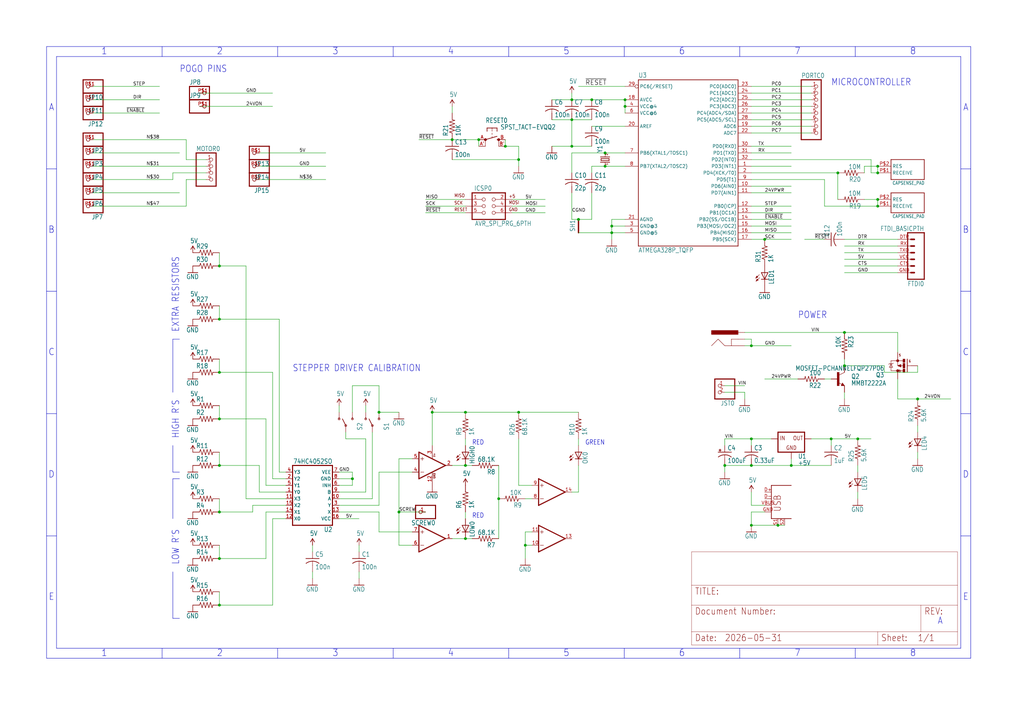
<source format=kicad_sch>
(kicad_sch (version 20230121) (generator eeschema)
  (paper "User" 391.16 271.932)
  (junction (at 177.8 177.8))
  (junction (at 218.44 55.88))
  (junction (at 335.28 63.5))
  (junction (at 322.58 139.7))
  (junction (at 231.14 58.42))
  (junction (at 287.02 200.66))
  (junction (at 83.82 231.14))
  (junction (at 335.28 66.04))
  (junction (at 238.76 40.64))
  (junction (at 238.76 38.1))
  (junction (at 83.82 195.58))
  (junction (at 134.62 182.88))
  (junction (at 335.28 76.2))
  (junction (at 182.88 53.34))
  (junction (at 276.86 177.8))
  (junction (at 198.12 60.96))
  (junction (at 152.4 195.58))
  (junction (at 287.02 132.08))
  (junction (at 83.82 160.02))
  (junction (at 172.72 53.34))
  (junction (at 144.78 157.48))
  (junction (at 193.04 55.88))
  (junction (at 350.52 152.4))
  (junction (at 317.5 167.64))
  (junction (at 83.82 142.24))
  (junction (at 302.26 177.8))
  (junction (at 198.12 157.48))
  (junction (at 287.02 167.64))
  (junction (at 83.82 177.8))
  (junction (at 190.5 190.5))
  (junction (at 292.1 91.44))
  (junction (at 200.66 208.28))
  (junction (at 297.18 200.66))
  (junction (at 83.82 213.36))
  (junction (at 177.8 205.74))
  (junction (at 233.68 88.9))
  (junction (at 287.02 177.8))
  (junction (at 218.44 38.1))
  (junction (at 335.28 78.74))
  (junction (at 320.04 66.04))
  (junction (at 322.58 127))
  (junction (at 220.98 83.82))
  (junction (at 218.44 45.72))
  (junction (at 327.66 167.64))
  (junction (at 165.1 157.48))
  (junction (at 83.82 121.92))
  (junction (at 233.68 86.36))
  (junction (at 231.14 63.5))
  (junction (at 83.82 101.6))
  (junction (at 226.06 38.1))
  (junction (at 177.8 157.48))
  (wire (pts (xy 292.1 193.04) (xy 287.02 193.04)) (stroke (width 0.1524)))
  (wire (pts (xy 190.5 190.5) (xy 190.5 205.74)) (stroke (width 0.1524)))
  (polyline (pts (xy 66.04 198.12) (xy 66.04 182.88)) (stroke (width 0.1524) (type solid)))
  (wire (pts (xy 342.9 104.14) (xy 322.58 104.14)) (stroke (width 0.1524)))
  (polyline (pts (xy 66.04 129.54) (xy 68.58 129.54)) (stroke (width 0.1524) (type solid)))
  (wire (pts (xy 93.98 190.5) (xy 93.98 101.6)) (stroke (width 0.1524)))
  (wire (pts (xy 144.78 195.58) (xy 144.78 203.2)) (stroke (width 0.1524)))
  (wire (pts (xy 238.76 43.18) (xy 238.76 40.64)) (stroke (width 0.1524)))
  (wire (pts (xy 238.76 86.36) (xy 233.68 86.36)) (stroke (width 0.1524)))
  (wire (pts (xy 104.14 198.12) (xy 109.22 198.12)) (stroke (width 0.1524)))
  (wire (pts (xy 144.78 157.48) (xy 144.78 147.32)) (stroke (width 0.1524)))
  (wire (pts (xy 287.02 71.12) (xy 302.26 71.12)) (stroke (width 0.1524)))
  (wire (pts (xy 330.2 76.2) (xy 335.28 76.2)) (stroke (width 0.1524)))
  (wire (pts (xy 304.8 144.78) (xy 292.1 144.78)) (stroke (width 0.1524)))
  (wire (pts (xy 71.12 60.96) (xy 71.12 53.34)) (stroke (width 0.1524)))
  (wire (pts (xy 287.02 58.42) (xy 302.26 58.42)) (stroke (width 0.1524)))
  (wire (pts (xy 226.06 63.5) (xy 231.14 63.5)) (stroke (width 0.1524)))
  (wire (pts (xy 78.74 66.04) (xy 66.04 66.04)) (stroke (width 0.1524)))
  (wire (pts (xy 218.44 58.42) (xy 231.14 58.42)) (stroke (width 0.1524)))
  (wire (pts (xy 200.66 208.28) (xy 200.66 213.36)) (stroke (width 0.1524)))
  (wire (pts (xy 287.02 81.28) (xy 302.26 81.28)) (stroke (width 0.1524)))
  (wire (pts (xy 231.14 63.5) (xy 238.76 63.5)) (stroke (width 0.1524)))
  (wire (pts (xy 193.04 53.34) (xy 193.04 55.88)) (stroke (width 0.1524)))
  (polyline (pts (xy 66.04 149.86) (xy 66.04 129.54)) (stroke (width 0.1524) (type solid)))
  (wire (pts (xy 317.5 167.64) (xy 327.66 167.64)) (stroke (width 0.1524)))
  (wire (pts (xy 220.98 88.9) (xy 233.68 88.9)) (stroke (width 0.1524)))
  (wire (pts (xy 83.82 172.72) (xy 83.82 177.8)) (stroke (width 0.1524)))
  (wire (pts (xy 177.8 78.74) (xy 162.56 78.74)) (stroke (width 0.1524)))
  (wire (pts (xy 165.1 157.48) (xy 177.8 157.48)) (stroke (width 0.1524)))
  (wire (pts (xy 99.06 177.8) (xy 99.06 187.96)) (stroke (width 0.1524)))
  (wire (pts (xy 350.52 165.1) (xy 350.52 162.56)) (stroke (width 0.1524)))
  (wire (pts (xy 76.2 35.56) (xy 104.14 35.56)) (stroke (width 0.1524)))
  (wire (pts (xy 134.62 180.34) (xy 129.54 180.34)) (stroke (width 0.1524)))
  (wire (pts (xy 238.76 83.82) (xy 233.68 83.82)) (stroke (width 0.1524)))
  (wire (pts (xy 314.96 144.78) (xy 317.5 144.78)) (stroke (width 0.1524)))
  (wire (pts (xy 195.58 78.74) (xy 208.28 78.74)) (stroke (width 0.1524)))
  (wire (pts (xy 238.76 38.1) (xy 226.06 38.1)) (stroke (width 0.1524)))
  (wire (pts (xy 129.54 182.88) (xy 134.62 182.88)) (stroke (width 0.1524)))
  (wire (pts (xy 276.86 170.18) (xy 276.86 167.64)) (stroke (width 0.1524)))
  (wire (pts (xy 238.76 40.64) (xy 238.76 38.1)) (stroke (width 0.1524)))
  (wire (pts (xy 137.16 220.98) (xy 137.16 218.44)) (stroke (width 0.1524)))
  (wire (pts (xy 203.2 203.2) (xy 200.66 203.2)) (stroke (width 0.1524)))
  (wire (pts (xy 195.58 76.2) (xy 208.28 76.2)) (stroke (width 0.1524)))
  (wire (pts (xy 172.72 53.34) (xy 160.02 53.34)) (stroke (width 0.1524)))
  (wire (pts (xy 83.82 195.58) (xy 96.52 195.58)) (stroke (width 0.1524)))
  (wire (pts (xy 327.66 180.34) (xy 327.66 177.8)) (stroke (width 0.1524)))
  (wire (pts (xy 342.9 96.52) (xy 322.58 96.52)) (stroke (width 0.1524)))
  (wire (pts (xy 226.06 73.66) (xy 226.06 83.82)) (stroke (width 0.1524)))
  (wire (pts (xy 287.02 33.02) (xy 309.88 33.02)) (stroke (width 0.1524)))
  (wire (pts (xy 119.38 220.98) (xy 119.38 218.44)) (stroke (width 0.1524)))
  (wire (pts (xy 83.82 177.8) (xy 99.06 177.8)) (stroke (width 0.1524)))
  (wire (pts (xy 284.48 149.86) (xy 284.48 152.4)) (stroke (width 0.1524)))
  (wire (pts (xy 106.68 180.34) (xy 109.22 180.34)) (stroke (width 0.1524)))
  (wire (pts (xy 96.52 193.04) (xy 109.22 193.04)) (stroke (width 0.1524)))
  (wire (pts (xy 104.14 231.14) (xy 104.14 198.12)) (stroke (width 0.1524)))
  (polyline (pts (xy 66.04 218.44) (xy 66.04 236.22)) (stroke (width 0.1524) (type solid)))
  (wire (pts (xy 332.74 60.96) (xy 332.74 66.04)) (stroke (width 0.1524)))
  (wire (pts (xy 330.2 66.04) (xy 330.2 63.5)) (stroke (width 0.1524)))
  (wire (pts (xy 314.96 68.58) (xy 287.02 68.58)) (stroke (width 0.1524)))
  (wire (pts (xy 101.6 185.42) (xy 109.22 185.42)) (stroke (width 0.1524)))
  (wire (pts (xy 287.02 38.1) (xy 309.88 38.1)) (stroke (width 0.1524)))
  (wire (pts (xy 350.52 142.24) (xy 350.52 139.7)) (stroke (width 0.1524)))
  (wire (pts (xy 139.7 157.48) (xy 139.7 154.94)) (stroke (width 0.1524)))
  (wire (pts (xy 350.52 175.26) (xy 350.52 172.72)) (stroke (width 0.1524)))
  (wire (pts (xy 132.08 167.64) (xy 132.08 165.1)) (stroke (width 0.1524)))
  (wire (pts (xy 342.9 93.98) (xy 322.58 93.98)) (stroke (width 0.1524)))
  (wire (pts (xy 276.86 167.64) (xy 287.02 167.64)) (stroke (width 0.1524)))
  (wire (pts (xy 337.82 142.24) (xy 350.52 142.24)) (stroke (width 0.1524)))
  (wire (pts (xy 342.9 134.62) (xy 342.9 127)) (stroke (width 0.1524)))
  (wire (pts (xy 342.9 144.78) (xy 342.9 152.4)) (stroke (width 0.1524)))
  (wire (pts (xy 292.1 91.44) (xy 302.26 91.44)) (stroke (width 0.1524)))
  (wire (pts (xy 332.74 66.04) (xy 335.28 66.04)) (stroke (width 0.1524)))
  (wire (pts (xy 177.8 198.12) (xy 177.8 195.58)) (stroke (width 0.1524)))
  (wire (pts (xy 198.12 60.96) (xy 198.12 63.5)) (stroke (width 0.1524)))
  (wire (pts (xy 342.9 152.4) (xy 350.52 152.4)) (stroke (width 0.1524)))
  (wire (pts (xy 342.9 127) (xy 322.58 127)) (stroke (width 0.1524)))
  (wire (pts (xy 71.12 78.74) (xy 35.56 78.74)) (stroke (width 0.1524)))
  (wire (pts (xy 314.96 78.74) (xy 314.96 68.58)) (stroke (width 0.1524)))
  (wire (pts (xy 220.98 83.82) (xy 226.06 83.82)) (stroke (width 0.1524)))
  (wire (pts (xy 287.02 50.8) (xy 309.88 50.8)) (stroke (width 0.1524)))
  (wire (pts (xy 287.02 177.8) (xy 276.86 177.8)) (stroke (width 0.1524)))
  (wire (pts (xy 287.02 78.74) (xy 302.26 78.74)) (stroke (width 0.1524)))
  (wire (pts (xy 129.54 157.48) (xy 129.54 154.94)) (stroke (width 0.1524)))
  (wire (pts (xy 83.82 96.52) (xy 83.82 101.6)) (stroke (width 0.1524)))
  (wire (pts (xy 233.68 88.9) (xy 233.68 91.44)) (stroke (width 0.1524)))
  (wire (pts (xy 302.26 175.26) (xy 302.26 177.8)) (stroke (width 0.1524)))
  (wire (pts (xy 177.8 205.74) (xy 180.34 205.74)) (stroke (width 0.1524)))
  (wire (pts (xy 152.4 208.28) (xy 152.4 195.58)) (stroke (width 0.1524)))
  (wire (pts (xy 342.9 91.44) (xy 322.58 91.44)) (stroke (width 0.1524)))
  (wire (pts (xy 335.28 76.2) (xy 335.28 78.74)) (stroke (width 0.1524)))
  (wire (pts (xy 337.82 139.7) (xy 337.82 142.24)) (stroke (width 0.1524)))
  (wire (pts (xy 287.02 48.26) (xy 309.88 48.26)) (stroke (width 0.1524)))
  (wire (pts (xy 83.82 116.84) (xy 83.82 121.92)) (stroke (width 0.1524)))
  (wire (pts (xy 287.02 73.66) (xy 302.26 73.66)) (stroke (width 0.1524)))
  (wire (pts (xy 287.02 60.96) (xy 332.74 60.96)) (stroke (width 0.1524)))
  (wire (pts (xy 233.68 86.36) (xy 233.68 88.9)) (stroke (width 0.1524)))
  (wire (pts (xy 314.96 91.44) (xy 307.34 91.44)) (stroke (width 0.1524)))
  (wire (pts (xy 144.78 147.32) (xy 134.62 147.32)) (stroke (width 0.1524)))
  (wire (pts (xy 218.44 66.04) (xy 218.44 58.42)) (stroke (width 0.1524)))
  (wire (pts (xy 177.8 157.48) (xy 198.12 157.48)) (stroke (width 0.1524)))
  (wire (pts (xy 137.16 208.28) (xy 137.16 210.82)) (stroke (width 0.1524)))
  (wire (pts (xy 134.62 182.88) (xy 134.62 180.34)) (stroke (width 0.1524)))
  (wire (pts (xy 287.02 66.04) (xy 320.04 66.04)) (stroke (width 0.1524)))
  (wire (pts (xy 129.54 185.42) (xy 134.62 185.42)) (stroke (width 0.1524)))
  (wire (pts (xy 198.12 167.64) (xy 198.12 185.42)) (stroke (width 0.1524)))
  (wire (pts (xy 231.14 58.42) (xy 238.76 58.42)) (stroke (width 0.1524)))
  (wire (pts (xy 284.48 132.08) (xy 287.02 132.08)) (stroke (width 0.1524)))
  (wire (pts (xy 66.04 68.58) (xy 35.56 68.58)) (stroke (width 0.1524)))
  (wire (pts (xy 139.7 167.64) (xy 132.08 167.64)) (stroke (width 0.1524)))
  (wire (pts (xy 320.04 76.2) (xy 320.04 66.04)) (stroke (width 0.1524)))
  (wire (pts (xy 218.44 45.72) (xy 210.82 45.72)) (stroke (width 0.1524)))
  (wire (pts (xy 287.02 195.58) (xy 287.02 200.66)) (stroke (width 0.1524)))
  (wire (pts (xy 292.1 195.58) (xy 287.02 195.58)) (stroke (width 0.1524)))
  (wire (pts (xy 287.02 88.9) (xy 302.26 88.9)) (stroke (width 0.1524)))
  (wire (pts (xy 287.02 193.04) (xy 287.02 187.96)) (stroke (width 0.1524)))
  (wire (pts (xy 287.02 43.18) (xy 309.88 43.18)) (stroke (width 0.1524)))
  (wire (pts (xy 177.8 177.8) (xy 180.34 177.8)) (stroke (width 0.1524)))
  (wire (pts (xy 327.66 167.64) (xy 332.74 167.64)) (stroke (width 0.1524)))
  (wire (pts (xy 83.82 231.14) (xy 104.14 231.14)) (stroke (width 0.1524)))
  (wire (pts (xy 152.4 195.58) (xy 152.4 175.26)) (stroke (width 0.1524)))
  (wire (pts (xy 83.82 190.5) (xy 83.82 195.58)) (stroke (width 0.1524)))
  (wire (pts (xy 302.26 177.8) (xy 287.02 177.8)) (stroke (width 0.1524)))
  (wire (pts (xy 104.14 142.24) (xy 104.14 182.88)) (stroke (width 0.1524)))
  (wire (pts (xy 203.2 208.28) (xy 200.66 208.28)) (stroke (width 0.1524)))
  (wire (pts (xy 200.66 203.2) (xy 200.66 208.28)) (stroke (width 0.1524)))
  (wire (pts (xy 287.02 83.82) (xy 302.26 83.82)) (stroke (width 0.1524)))
  (wire (pts (xy 101.6 160.02) (xy 101.6 185.42)) (stroke (width 0.1524)))
  (wire (pts (xy 284.48 129.54) (xy 287.02 129.54)) (stroke (width 0.1524)))
  (wire (pts (xy 83.82 101.6) (xy 93.98 101.6)) (stroke (width 0.1524)))
  (wire (pts (xy 342.9 101.6) (xy 322.58 101.6)) (stroke (width 0.1524)))
  (wire (pts (xy 327.66 190.5) (xy 327.66 187.96)) (stroke (width 0.1524)))
  (wire (pts (xy 144.78 203.2) (xy 157.48 203.2)) (stroke (width 0.1524)))
  (wire (pts (xy 119.38 208.28) (xy 119.38 210.82)) (stroke (width 0.1524)))
  (wire (pts (xy 309.88 167.64) (xy 317.5 167.64)) (stroke (width 0.1524)))
  (wire (pts (xy 35.56 58.42) (xy 68.58 58.42)) (stroke (width 0.1524)))
  (wire (pts (xy 83.82 137.16) (xy 83.82 142.24)) (stroke (width 0.1524)))
  (wire (pts (xy 322.58 137.16) (xy 322.58 139.7)) (stroke (width 0.1524)))
  (wire (pts (xy 198.12 185.42) (xy 203.2 185.42)) (stroke (width 0.1524)))
  (wire (pts (xy 35.56 63.5) (xy 78.74 63.5)) (stroke (width 0.1524)))
  (wire (pts (xy 218.44 73.66) (xy 218.44 83.82)) (stroke (width 0.1524)))
  (wire (pts (xy 190.5 177.8) (xy 190.5 190.5)) (stroke (width 0.1524)))
  (wire (pts (xy 139.7 187.96) (xy 139.7 167.64)) (stroke (width 0.1524)))
  (wire (pts (xy 106.68 121.92) (xy 106.68 180.34)) (stroke (width 0.1524)))
  (wire (pts (xy 182.88 53.34) (xy 182.88 55.88)) (stroke (width 0.1524)))
  (wire (pts (xy 218.44 83.82) (xy 220.98 83.82)) (stroke (width 0.1524)))
  (wire (pts (xy 335.28 78.74) (xy 314.96 78.74)) (stroke (width 0.1524)))
  (wire (pts (xy 335.28 63.5) (xy 335.28 66.04)) (stroke (width 0.1524)))
  (wire (pts (xy 195.58 81.28) (xy 208.28 81.28)) (stroke (width 0.1524)))
  (wire (pts (xy 287.02 91.44) (xy 292.1 91.44)) (stroke (width 0.1524)))
  (wire (pts (xy 152.4 175.26) (xy 157.48 175.26)) (stroke (width 0.1524)))
  (wire (pts (xy 66.04 66.04) (xy 66.04 68.58)) (stroke (width 0.1524)))
  (wire (pts (xy 144.78 157.48) (xy 152.4 157.48)) (stroke (width 0.1524)))
  (wire (pts (xy 83.82 213.36) (xy 101.6 213.36)) (stroke (width 0.1524)))
  (wire (pts (xy 35.56 33.02) (xy 60.96 33.02)) (stroke (width 0.1524)))
  (wire (pts (xy 172.72 40.64) (xy 172.72 43.18)) (stroke (width 0.1524)))
  (polyline (pts (xy 66.04 182.88) (xy 68.58 182.88)) (stroke (width 0.1524) (type solid)))
  (wire (pts (xy 144.78 180.34) (xy 157.48 180.34)) (stroke (width 0.1524)))
  (wire (pts (xy 220.98 177.8) (xy 220.98 187.96)) (stroke (width 0.1524)))
  (wire (pts (xy 71.12 60.96) (xy 78.74 60.96)) (stroke (width 0.1524)))
  (wire (pts (xy 218.44 55.88) (xy 210.82 55.88)) (stroke (width 0.1524)))
  (wire (pts (xy 238.76 33.02) (xy 220.98 33.02)) (stroke (width 0.1524)))
  (wire (pts (xy 193.04 55.88) (xy 198.12 55.88)) (stroke (width 0.1524)))
  (wire (pts (xy 35.56 73.66) (xy 68.58 73.66)) (stroke (width 0.1524)))
  (wire (pts (xy 83.82 208.28) (xy 83.82 213.36)) (stroke (width 0.1524)))
  (wire (pts (xy 83.82 142.24) (xy 104.14 142.24)) (stroke (width 0.1524)))
  (wire (pts (xy 287.02 167.64) (xy 294.64 167.64)) (stroke (width 0.1524)))
  (wire (pts (xy 99.06 187.96) (xy 109.22 187.96)) (stroke (width 0.1524)))
  (wire (pts (xy 109.22 190.5) (xy 93.98 190.5)) (stroke (width 0.1524)))
  (wire (pts (xy 83.82 154.94) (xy 83.82 160.02)) (stroke (width 0.1524)))
  (wire (pts (xy 220.98 187.96) (xy 218.44 187.96)) (stroke (width 0.1524)))
  (wire (pts (xy 177.8 76.2) (xy 162.56 76.2)) (stroke (width 0.1524)))
  (wire (pts (xy 172.72 60.96) (xy 198.12 60.96)) (stroke (width 0.1524)))
  (wire (pts (xy 99.06 68.58) (xy 124.46 68.58)) (stroke (width 0.1524)))
  (wire (pts (xy 96.52 195.58) (xy 96.52 193.04)) (stroke (width 0.1524)))
  (wire (pts (xy 297.18 200.66) (xy 287.02 200.66)) (stroke (width 0.1524)))
  (wire (pts (xy 134.62 185.42) (xy 134.62 182.88)) (stroke (width 0.1524)))
  (wire (pts (xy 287.02 63.5) (xy 302.26 63.5)) (stroke (width 0.1524)))
  (wire (pts (xy 134.62 147.32) (xy 134.62 157.48)) (stroke (width 0.1524)))
  (wire (pts (xy 35.56 43.18) (xy 60.96 43.18)) (stroke (width 0.1524)))
  (wire (pts (xy 276.86 177.8) (xy 276.86 180.34)) (stroke (width 0.1524)))
  (wire (pts (xy 226.06 45.72) (xy 218.44 45.72)) (stroke (width 0.1524)))
  (wire (pts (xy 35.56 38.1) (xy 60.96 38.1)) (stroke (width 0.1524)))
  (wire (pts (xy 101.6 195.58) (xy 109.22 195.58)) (stroke (width 0.1524)))
  (wire (pts (xy 287.02 55.88) (xy 302.26 55.88)) (stroke (width 0.1524)))
  (wire (pts (xy 177.8 81.28) (xy 162.56 81.28)) (stroke (width 0.1524)))
  (wire (pts (xy 129.54 193.04) (xy 144.78 193.04)) (stroke (width 0.1524)))
  (wire (pts (xy 99.06 63.5) (xy 124.46 63.5)) (stroke (width 0.1524)))
  (wire (pts (xy 330.2 63.5) (xy 335.28 63.5)) (stroke (width 0.1524)))
  (wire (pts (xy 287.02 170.18) (xy 287.02 167.64)) (stroke (width 0.1524)))
  (wire (pts (xy 238.76 88.9) (xy 233.68 88.9)) (stroke (width 0.1524)))
  (wire (pts (xy 71.12 68.58) (xy 78.74 68.58)) (stroke (width 0.1524)))
  (wire (pts (xy 129.54 195.58) (xy 144.78 195.58)) (stroke (width 0.1524)))
  (wire (pts (xy 172.72 205.74) (xy 177.8 205.74)) (stroke (width 0.1524)))
  (wire (pts (xy 142.24 190.5) (xy 129.54 190.5)) (stroke (width 0.1524)))
  (wire (pts (xy 137.16 198.12) (xy 129.54 198.12)) (stroke (width 0.1524)))
  (wire (pts (xy 350.52 152.4) (xy 363.22 152.4)) (stroke (width 0.1524)))
  (wire (pts (xy 83.82 160.02) (xy 101.6 160.02)) (stroke (width 0.1524)))
  (wire (pts (xy 287.02 35.56) (xy 309.88 35.56)) (stroke (width 0.1524)))
  (wire (pts (xy 198.12 157.48) (xy 220.98 157.48)) (stroke (width 0.1524)))
  (polyline (pts (xy 66.04 180.34) (xy 68.58 180.34)) (stroke (width 0.1524) (type solid)))
  (wire (pts (xy 104.14 182.88) (xy 109.22 182.88)) (stroke (width 0.1524)))
  (wire (pts (xy 226.06 66.04) (xy 226.06 63.5)) (stroke (width 0.1524)))
  (wire (pts (xy 287.02 129.54) (xy 287.02 132.08)) (stroke (width 0.1524)))
  (wire (pts (xy 322.58 127) (xy 284.48 127)) (stroke (width 0.1524)))
  (wire (pts (xy 172.72 53.34) (xy 182.88 53.34)) (stroke (width 0.1524)))
  (wire (pts (xy 238.76 48.26) (xy 226.06 48.26)) (stroke (width 0.1524)))
  (wire (pts (xy 317.5 177.8) (xy 302.26 177.8)) (stroke (width 0.1524)))
  (wire (pts (xy 198.12 55.88) (xy 198.12 60.96)) (stroke (width 0.1524)))
  (wire (pts (xy 287.02 86.36) (xy 302.26 86.36)) (stroke (width 0.1524)))
  (wire (pts (xy 276.86 147.32) (xy 284.48 147.32)) (stroke (width 0.1524)))
  (wire (pts (xy 83.82 226.06) (xy 83.82 231.14)) (stroke (width 0.1524)))
  (wire (pts (xy 142.24 165.1) (xy 142.24 190.5)) (stroke (width 0.1524)))
  (wire (pts (xy 157.48 208.28) (xy 152.4 208.28)) (stroke (width 0.1524)))
  (wire (pts (xy 322.58 139.7) (xy 337.82 139.7)) (stroke (width 0.1524)))
  (wire (pts (xy 322.58 152.4) (xy 322.58 149.86)) (stroke (width 0.1524)))
  (wire (pts (xy 99.06 58.42) (xy 124.46 58.42)) (stroke (width 0.1524)))
  (wire (pts (xy 287.02 40.64) (xy 309.88 40.64)) (stroke (width 0.1524)))
  (wire (pts (xy 129.54 187.96) (xy 139.7 187.96)) (stroke (width 0.1524)))
  (wire (pts (xy 71.12 53.34) (xy 35.56 53.34)) (stroke (width 0.1524)))
  (wire (pts (xy 220.98 167.64) (xy 220.98 170.18)) (stroke (width 0.1524)))
  (wire (pts (xy 226.06 55.88) (xy 218.44 55.88)) (stroke (width 0.1524)))
  (polyline (pts (xy 66.04 170.18) (xy 66.04 180.34)) (stroke (width 0.1524) (type solid)))
  (wire (pts (xy 172.72 177.8) (xy 177.8 177.8)) (stroke (width 0.1524)))
  (wire (pts (xy 218.44 35.56) (xy 218.44 38.1)) (stroke (width 0.1524)))
  (wire (pts (xy 165.1 157.48) (xy 165.1 170.18)) (stroke (width 0.1524)))
  (wire (pts (xy 152.4 195.58) (xy 162.56 195.58)) (stroke (width 0.1524)))
  (wire (pts (xy 71.12 68.58) (xy 71.12 78.74)) (stroke (width 0.1524)))
  (wire (pts (xy 317.5 167.64) (xy 317.5 170.18)) (stroke (width 0.1524)))
  (wire (pts (xy 218.44 38.1) (xy 210.82 38.1)) (stroke (width 0.1524)))
  (wire (pts (xy 101.6 213.36) (xy 101.6 195.58)) (stroke (width 0.1524)))
  (wire (pts (xy 76.2 40.64) (xy 104.14 40.64)) (stroke (width 0.1524)))
  (wire (pts (xy 299.72 200.66) (xy 297.18 200.66)) (stroke (width 0.1524)))
  (wire (pts (xy 287.02 132.08) (xy 302.26 132.08)) (stroke (width 0.1524)))
  (wire (pts (xy 233.68 83.82) (xy 233.68 86.36)) (stroke (width 0.1524)))
  (wire (pts (xy 83.82 121.92) (xy 106.68 121.92)) (stroke (width 0.1524)))
  (wire (pts (xy 287.02 45.72) (xy 309.88 45.72)) (stroke (width 0.1524)))
  (wire (pts (xy 218.44 45.72) (xy 218.44 55.88)) (stroke (width 0.1524)))
  (wire (pts (xy 144.78 193.04) (xy 144.78 180.34)) (stroke (width 0.1524)))
  (wire (pts (xy 177.8 170.18) (xy 177.8 167.64)) (stroke (width 0.1524)))
  (wire (pts (xy 226.06 38.1) (xy 218.44 38.1)) (stroke (width 0.1524)))
  (wire (pts (xy 203.2 190.5) (xy 200.66 190.5)) (stroke (width 0.1524)))
  (wire (pts (xy 342.9 99.06) (xy 322.58 99.06)) (stroke (width 0.1524)))
  (polyline (pts (xy 66.04 236.22) (xy 68.58 236.22)) (stroke (width 0.1524) (type solid)))
  (wire (pts (xy 276.86 149.86) (xy 284.48 149.86)) (stroke (width 0.1524)))
  (polyline (pts (xy 17.78 64.516) (xy 21.59 64.516)))
  (polyline (pts (xy 367.03 21.59) (xy 21.59 21.59)))
  (polyline (pts (xy 106.045 247.65) (xy 106.045 251.46)))
  (polyline (pts (xy 367.03 21.59) (xy 367.03 247.65)))
  (polyline (pts (xy 17.78 204.724) (xy 21.59 204.724)))
  (polyline (pts (xy 326.7075 17.78) (xy 326.7075 21.59)))
  (polyline (pts (xy 326.7075 247.65) (xy 326.7075 251.46)))
  (polyline (pts (xy 367.03 64.516) (xy 370.84 64.516)))
  (polyline (pts (xy 367.03 157.988) (xy 370.84 157.988)))
  (polyline (pts (xy 61.9125 17.78) (xy 61.9125 21.59)))
  (polyline (pts (xy 17.78 157.988) (xy 21.59 157.988)))
  (polyline (pts (xy 238.4425 247.65) (xy 238.4425 251.46)))
  (polyline (pts (xy 367.03 247.65) (xy 21.59 247.65)))
  (polyline (pts (xy 367.03 204.724) (xy 370.84 204.724)))
  (polyline (pts (xy 150.1775 17.78) (xy 150.1775 21.59)))
  (polyline (pts (xy 21.59 21.59) (xy 21.59 247.65)))
  (polyline (pts (xy 282.575 17.78) (xy 282.575 21.59)))
  (polyline (pts (xy 367.03 111.252) (xy 370.84 111.252)))
  (polyline (pts (xy 17.78 111.252) (xy 21.59 111.252)))
  (polyline (pts (xy 150.1775 247.65) (xy 150.1775 251.46)))
  (polyline (pts (xy 17.78 17.78) (xy 370.84 17.78) (xy 370.84 251.46) (xy 17.78 251.46) (xy 17.78 17.78)))
  (polyline (pts (xy 61.9125 247.65) (xy 61.9125 251.46)))
  (polyline (pts (xy 194.31 17.78) (xy 194.31 21.59)))
  (polyline (pts (xy 282.575 247.65) (xy 282.575 251.46)))
  (polyline (pts (xy 194.31 247.65) (xy 194.31 251.46)))
  (polyline (pts (xy 106.045 17.78) (xy 106.045 21.59)))
  (polyline (pts (xy 238.4425 17.78) (xy 238.4425 21.59)))
  (text "A" (at 19.685 41.148 0) (effects (font (size 2.54 2.286))))
  (text "7" (at 304.6413 19.685 0) (effects (font (size 2.54 2.286))))
  (text "RED" (at 180.34 170.18 0) (effects (font (size 1.778 1.5113)) (justify left bottom)))
  (text "RED" (at 180.34 198.12 0) (effects (font (size 1.778 1.5113)) (justify left bottom)))
  (text "HIGH R'S" (at 68.58 167.64 90) (effects (font (size 2.54 2.159)) (justify left bottom)))
  (text "POGO PINS" (at 68.58 27.94 0) (effects (font (size 2.54 2.159)) (justify left bottom)))
  (text "2" (at 83.9788 249.555 0) (effects (font (size 2.54 2.286))))
  (text "A" (at 358.14 238.76 0) (effects (font (size 2.54 2.159)) (justify left bottom)))
  (text "LOW R'S" (at 68.58 215.9 90) (effects (font (size 2.54 2.159)) (justify left bottom)))
  (text "1" (at 39.8463 19.685 0) (effects (font (size 2.54 2.286))))
  (text "3" (at 128.1113 249.555 0) (effects (font (size 2.54 2.286))))
  (text "4" (at 172.2438 19.685 0) (effects (font (size 2.54 2.286))))
  (text "6" (at 260.5088 19.685 0) (effects (font (size 2.54 2.286))))
  (text "8" (at 348.7738 249.555 0) (effects (font (size 2.54 2.286))))
  (text "C" (at 368.935 134.62 0) (effects (font (size 2.54 2.286))))
  (text "POWER" (at 304.8 121.92 0) (effects (font (size 2.54 2.159)) (justify left bottom)))
  (text "EXTRA RESISTORS" (at 68.58 127 90) (effects (font (size 2.54 2.159)) (justify left bottom)))
  (text "3" (at 128.1113 19.685 0) (effects (font (size 2.54 2.286))))
  (text "B" (at 19.685 87.884 0) (effects (font (size 2.54 2.286))))
  (text "D" (at 368.935 181.356 0) (effects (font (size 2.54 2.286))))
  (text "E" (at 368.935 228.092 0) (effects (font (size 2.54 2.286))))
  (text "2" (at 83.9788 19.685 0) (effects (font (size 2.54 2.286))))
  (text "STEPPER DRIVER CALIBRATION" (at 111.76 142.24 0) (effects (font (size 2.54 2.159)) (justify left bottom)))
  (text "5" (at 216.3763 249.555 0) (effects (font (size 2.54 2.286))))
  (text "8" (at 348.7738 19.685 0) (effects (font (size 2.54 2.286))))
  (text "1" (at 39.8463 249.555 0) (effects (font (size 2.54 2.286))))
  (text "4" (at 172.2438 249.555 0) (effects (font (size 2.54 2.286))))
  (text "6" (at 260.5088 249.555 0) (effects (font (size 2.54 2.286))))
  (text "MICROCONTROLLER" (at 317.5 33.02 0) (effects (font (size 2.54 2.159)) (justify left bottom)))
  (text "5" (at 216.3763 19.685 0) (effects (font (size 2.54 2.286))))
  (text "C" (at 19.685 134.62 0) (effects (font (size 2.54 2.286))))
  (text "7" (at 304.6413 249.555 0) (effects (font (size 2.54 2.286))))
  (text "B" (at 368.935 87.884 0) (effects (font (size 2.54 2.286))))
  (text "D" (at 19.685 181.356 0) (effects (font (size 2.54 2.286))))
  (text "A" (at 368.935 41.148 0) (effects (font (size 2.54 2.286))))
  (text "E" (at 19.685 228.092 0) (effects (font (size 2.54 2.286))))
  (text "GREEN" (at 223.52 170.18 0) (effects (font (size 1.778 1.5113)) (justify left bottom)))
  (label "5V" (at 132.08 198.12 0) (effects (font (size 1.2446 1.2446))))
  (label "RX" (at 289.56 58.42 0) (effects (font (size 1.2446 1.2446))))
  (label "GND" (at 93.98 35.56 0) (effects (font (size 1.2446 1.2446))))
  (label "MOSI" (at 292.1 86.36 0) (effects (font (size 1.2446 1.2446))))
  (label "~{ENABLE}" (at 292.1 83.82 0) (effects (font (size 1.2446 1.2446))))
  (label "N$47" (at 55.88 78.74 0) (effects (font (size 1.2446 1.2446))))
  (label "~{ENABLE}" (at 48.26 43.18 0) (effects (font (size 1.2446 1.2446))))
  (label "~{RESET}" (at 311.15 91.44 0) (effects (font (size 1.2446 1.2446))))
  (label "TX" (at 289.56 55.88 0) (effects (font (size 1.2446 1.2446))))
  (label "24VON" (at 93.98 40.64 0) (effects (font (size 1.2446 1.2446))))
  (label "GND" (at 327.66 104.14 0) (effects (font (size 1.2446 1.2446))))
  (label "24VON" (at 353.06 152.4 0) (effects (font (size 1.2446 1.2446))))
  (label "N$38" (at 55.88 53.34 0) (effects (font (size 1.2446 1.2446))))
  (label "CTS" (at 327.66 101.6 0) (effects (font (size 1.2446 1.2446))))
  (label "5V" (at 114.3 58.42 0) (effects (font (size 1.2446 1.2446))))
  (label "PC4" (at 294.64 43.18 0) (effects (font (size 1.2446 1.2446))))
  (label "24VPWR" (at 294.64 144.78 0) (effects (font (size 1.2446 1.2446))))
  (label "PC6" (at 294.64 48.26 0) (effects (font (size 1.2446 1.2446))))
  (label "GND" (at 114.3 63.5 0) (effects (font (size 1.2446 1.2446))))
  (label "STEP" (at 50.8 33.02 0) (effects (font (size 1.2446 1.2446))))
  (label "PC1" (at 294.64 35.56 0) (effects (font (size 1.2446 1.2446))))
  (label "GND" (at 129.54 180.34 0) (effects (font (size 1.2446 1.2446))))
  (label "N$31" (at 55.88 63.5 0) (effects (font (size 1.2446 1.2446))))
  (label "CGND" (at 218.44 81.28 0) (effects (font (size 1.2446 1.2446))))
  (label "MISO" (at 162.56 76.2 0) (effects (font (size 1.2446 1.2446))))
  (label "VIN" (at 281.94 147.32 0) (effects (font (size 1.2446 1.2446))))
  (label "SCK" (at 292.1 91.44 0) (effects (font (size 1.2446 1.2446))))
  (label "PC7" (at 294.64 50.8 0) (effects (font (size 1.2446 1.2446))))
  (label "5V" (at 200.66 76.2 0) (effects (font (size 1.2446 1.2446))))
  (label "RX" (at 327.66 93.98 0) (effects (font (size 1.2446 1.2446))))
  (label "N$36" (at 114.3 68.58 0) (effects (font (size 1.2446 1.2446))))
  (label "PC0" (at 294.64 33.02 0) (effects (font (size 1.2446 1.2446))))
  (label "MISO" (at 292.1 88.9 0) (effects (font (size 1.2446 1.2446))))
  (label "STEP" (at 292.1 78.74 0) (effects (font (size 1.2446 1.2446))))
  (label "N$30" (at 55.88 68.58 0) (effects (font (size 1.2446 1.2446))))
  (label "DIR" (at 292.1 81.28 0) (effects (font (size 1.2446 1.2446))))
  (label "VIN" (at 309.88 127 0) (effects (font (size 1.2446 1.2446))))
  (label "GND" (at 200.66 81.28 0) (effects (font (size 1.2446 1.2446))))
  (label "~{RESET}" (at 162.56 81.28 0) (effects (font (size 1.2446 1.2446))))
  (label "~{RESET}" (at 160.02 53.34 0) (effects (font (size 1.2446 1.2446))))
  (label "24VPWR" (at 292.1 73.66 0) (effects (font (size 1.2446 1.2446))))
  (label "DIR" (at 50.8 38.1 0) (effects (font (size 1.2446 1.2446))))
  (label "~{RESET}" (at 223.52 33.02 0) (effects (font (size 1.778 1.778))))
  (label "TX" (at 327.66 96.52 0) (effects (font (size 1.2446 1.2446))))
  (label "VIN" (at 276.86 167.64 0) (effects (font (size 1.2446 1.2446))))
  (label "5V" (at 327.66 99.06 0) (effects (font (size 1.2446 1.2446))))
  (label "5V" (at 322.58 167.64 0) (effects (font (size 1.2446 1.2446))))
  (label "SCK" (at 162.56 78.74 0) (effects (font (size 1.2446 1.2446))))
  (label "GND" (at 292.1 132.08 0) (effects (font (size 1.2446 1.2446))))
  (label "SCREW" (at 152.4 195.58 0) (effects (font (size 1.2446 1.2446))))
  (label "MOSI" (at 200.66 78.74 0) (effects (font (size 1.2446 1.2446))))
  (label "PC3" (at 294.64 40.64 0) (effects (font (size 1.2446 1.2446))))
  (label "PC5" (at 294.64 45.72 0) (effects (font (size 1.2446 1.2446))))
  (label "PC2" (at 294.64 38.1 0) (effects (font (size 1.2446 1.2446))))
  (label "DTR" (at 327.66 91.44 0) (effects (font (size 1.2446 1.2446))))
  (symbol (lib_id "working-eagle-import:MarcEagleParts_PINHD-1X1") (at 78.74 35.56 0) (unit 1)
    (property "Reference" "JP8" (at 72.39 32.385 0) (effects (font (size 1.778 1.5113)) (justify left bottom)))
    (property "Value" "PINHD-1X1" (effects hide))
    (property "Footprint" "working:POGOPIN" (effects hide))
  )
  (symbol (lib_id "working-eagle-import:R-US_M0805") (at 309.88 144.78 180) (unit 1)
    (property "Reference" "R22" (at 313.69 146.2786 0) (effects (font (size 1.778 1.5113)) (justify left bottom)))
    (property "Value" "100" (at 313.69 141.478 0) (effects (font (size 1.778 1.5113)) (justify left bottom)))
    (property "Footprint" "working:M0805" (effects hide))
  )
  (symbol (lib_id "working-eagle-import:C-USC0805") (at 119.38 213.36 0) (unit 1)
    (property "Reference" "C5" (at 120.396 212.725 0) (effects (font (size 1.778 1.5113)) (justify left bottom)))
    (property "Value" "100n" (at 120.396 217.551 0) (effects (font (size 1.778 1.5113)) (justify left bottom)))
    (property "Footprint" "working:C0805" (effects hide))
  )
  (symbol (lib_id "working-eagle-import:R-US_M0805") (at 220.98 162.56 90) (unit 1)
    (property "Reference" "R10" (at 219.4814 166.37 0) (effects (font (size 1.778 1.5113)) (justify left bottom)))
    (property "Value" "1K" (at 224.282 166.37 0) (effects (font (size 1.778 1.5113)) (justify left bottom)))
    (property "Footprint" "working:M0805" (effects hide))
  )
  (symbol (lib_id "working-eagle-import:GND") (at 73.66 144.78 0) (unit 1)
    (property "Reference" "#GND11" (effects hide))
    (property "Value" "GND" (at 71.12 147.32 0) (effects (font (size 1.778 1.5113)) (justify left bottom)))
  )
  (symbol (lib_id "working-eagle-import:MarcEagleParts_PINHD-1X1") (at 78.74 40.64 0) (unit 1)
    (property "Reference" "JP9" (at 72.39 37.465 0) (effects (font (size 1.778 1.5113)) (justify left bottom)))
    (property "Value" "PINHD-1X1" (effects hide))
    (property "Footprint" "working:POGOPIN" (effects hide))
  )
  (symbol (lib_id "working-eagle-import:R-US_M0805") (at 185.42 205.74 180) (unit 1)
    (property "Reference" "R7" (at 189.23 207.2386 0) (effects (font (size 1.778 1.5113)) (justify left bottom)))
    (property "Value" "68.1K" (at 189.23 202.438 0) (effects (font (size 1.778 1.5113)) (justify left bottom)))
    (property "Footprint" "working:M0805" (effects hide))
  )
  (symbol (lib_id "working-eagle-import:ATMEGA328P_TQFP") (at 264.16 63.5 0) (unit 1)
    (property "Reference" "U3" (at 243.84 29.718 0) (effects (font (size 1.778 1.5113)) (justify left bottom)))
    (property "Value" "ATMEGA328P_TQFP" (at 243.84 96.52 0) (effects (font (size 1.778 1.5113)) (justify left bottom)))
    (property "Footprint" "working:TQFP32-08" (effects hide))
  )
  (symbol (lib_id "working-eagle-import:LM339D") (at 210.82 187.96 0) (unit 4)
    (property "Reference" "IC2" (effects hide))
    (property "Value" "LM339D" (effects hide))
    (property "Footprint" "working:SO14" (effects hide))
  )
  (symbol (lib_id "working-eagle-import:MarcEagleParts_PINHD-1X1") (at 96.52 58.42 180) (unit 1)
    (property "Reference" "JP13" (at 102.87 61.595 0) (effects (font (size 1.778 1.5113)) (justify left bottom)))
    (property "Value" "PINHD-1X1" (effects hide))
    (property "Footprint" "working:POGOPIN" (effects hide))
  )
  (symbol (lib_id "working-eagle-import:MarcEagleParts_PINHD-1X1") (at 33.02 43.18 180) (unit 1)
    (property "Reference" "JP12" (at 39.37 46.355 0) (effects (font (size 1.778 1.5113)) (justify left bottom)))
    (property "Value" "PINHD-1X1" (effects hide))
    (property "Footprint" "working:POGOPIN" (effects hide))
  )
  (symbol (lib_id "working-eagle-import:R-US_M0805") (at 78.74 195.58 0) (unit 1)
    (property "Reference" "R4" (at 74.93 194.0814 0) (effects (font (size 1.778 1.5113)) (justify left bottom)))
    (property "Value" "R-US_M0805" (effects hide))
    (property "Footprint" "working:M0805" (effects hide))
  )
  (symbol (lib_id "working-eagle-import:5V") (at 139.7 154.94 0) (unit 1)
    (property "Reference" "#SUPPLY16" (effects hide))
    (property "Value" "5V" (at 138.684 151.384 0) (effects (font (size 1.778 1.5113)) (justify left bottom)))
  )
  (symbol (lib_id "working-eagle-import:5V") (at 73.66 154.94 0) (unit 1)
    (property "Reference" "#SUPPLY3" (effects hide))
    (property "Value" "5V" (at 72.644 151.384 0) (effects (font (size 1.778 1.5113)) (justify left bottom)))
  )
  (symbol (lib_id "working-eagle-import:MarcEagleParts_PINHD-1X1") (at 33.02 68.58 180) (unit 1)
    (property "Reference" "JP5" (at 39.37 71.755 0) (effects (font (size 1.778 1.5113)) (justify left bottom)))
    (property "Value" "PINHD-1X1" (effects hide))
    (property "Footprint" "working:POGOPIN" (effects hide))
  )
  (symbol (lib_id "working-eagle-import:C-USC0805") (at 137.16 213.36 0) (unit 1)
    (property "Reference" "C1" (at 138.176 212.725 0) (effects (font (size 1.778 1.5113)) (justify left bottom)))
    (property "Value" "100n" (at 138.176 217.551 0) (effects (font (size 1.778 1.5113)) (justify left bottom)))
    (property "Footprint" "working:C0805" (effects hide))
  )
  (symbol (lib_id "working-eagle-import:LEDCHIPLED_0805") (at 327.66 182.88 0) (unit 1)
    (property "Reference" "LED5" (at 331.216 187.452 90) (effects (font (size 1.778 1.5113)) (justify left bottom)))
    (property "Value" "LEDCHIPLED_0805" (effects hide))
    (property "Footprint" "working:CHIPLED_0805" (effects hide))
  )
  (symbol (lib_id "working-eagle-import:GND") (at 73.66 162.56 0) (unit 1)
    (property "Reference" "#GND2" (effects hide))
    (property "Value" "GND" (at 71.12 165.1 0) (effects (font (size 1.778 1.5113)) (justify left bottom)))
  )
  (symbol (lib_id "working-eagle-import:GND") (at 73.66 104.14 0) (unit 1)
    (property "Reference" "#GND22" (effects hide))
    (property "Value" "GND" (at 71.12 106.68 0) (effects (font (size 1.778 1.5113)) (justify left bottom)))
  )
  (symbol (lib_id "working-eagle-import:R-US_M0805") (at 327.66 172.72 90) (unit 1)
    (property "Reference" "R25" (at 326.1614 176.53 0) (effects (font (size 1.778 1.5113)) (justify left bottom)))
    (property "Value" "5.6K" (at 330.962 176.53 0) (effects (font (size 1.778 1.5113)) (justify left bottom)))
    (property "Footprint" "working:M0805" (effects hide))
  )
  (symbol (lib_id "working-eagle-import:R-US_M0805") (at 78.74 172.72 0) (unit 1)
    (property "Reference" "R11" (at 74.93 171.2214 0) (effects (font (size 1.778 1.5113)) (justify left bottom)))
    (property "Value" "R-US_M0805" (effects hide))
    (property "Footprint" "working:M0805" (effects hide))
  )
  (symbol (lib_id "working-eagle-import:USB+SHIELD") (at 294.64 195.58 0) (unit 1)
    (property "Reference" "U$3" (effects hide))
    (property "Value" "USB+SHIELD" (effects hide))
    (property "Footprint" "working:USB-B-PTH" (effects hide))
  )
  (symbol (lib_id "working-eagle-import:GND") (at 233.68 93.98 0) (unit 1)
    (property "Reference" "#GND14" (effects hide))
    (property "Value" "GND" (at 231.14 96.52 0) (effects (font (size 1.778 1.5113)) (justify left bottom)))
  )
  (symbol (lib_id "working-eagle-import:C-USC0805") (at 287.02 172.72 0) (unit 1)
    (property "Reference" "C3" (at 288.036 172.085 0) (effects (font (size 1.778 1.5113)) (justify left bottom)))
    (property "Value" "0.33uF" (at 288.036 176.911 0) (effects (font (size 1.778 1.5113)) (justify left bottom)))
    (property "Footprint" "working:C0805" (effects hide))
  )
  (symbol (lib_id "working-eagle-import:C-USC0805") (at 226.06 68.58 0) (unit 1)
    (property "Reference" "C11" (at 227.076 67.945 0) (effects (font (size 1.778 1.5113)) (justify left bottom)))
    (property "Value" "22p" (at 227.076 72.771 0) (effects (font (size 1.778 1.5113)) (justify left bottom)))
    (property "Footprint" "working:C0805" (effects hide))
  )
  (symbol (lib_id "working-eagle-import:JST_2PIN-SMT-RA") (at 274.32 147.32 180) (unit 1)
    (property "Reference" "JST0" (at 280.67 153.035 0) (effects (font (size 1.778 1.5113)) (justify left bottom)))
    (property "Value" "JST_2PIN-SMT-RA" (effects hide))
    (property "Footprint" "working:JST-PH-2-SMT-RA" (effects hide))
  )
  (symbol (lib_id "working-eagle-import:GND") (at 200.66 215.9 0) (unit 1)
    (property "Reference" "#GND21" (effects hide))
    (property "Value" "GND" (at 198.12 218.44 0) (effects (font (size 1.778 1.5113)) (justify left bottom)))
  )
  (symbol (lib_id "working-eagle-import:PINHD-1X8") (at 312.42 43.18 0) (unit 1)
    (property "Reference" "PORTC0" (at 306.07 29.845 0) (effects (font (size 1.778 1.5113)) (justify left bottom)))
    (property "Value" "PINHD-1X8" (effects hide))
    (property "Footprint" "working:1X08" (effects hide))
  )
  (symbol (lib_id "working-eagle-import:GND") (at 287.02 203.2 0) (unit 1)
    (property "Reference" "#GND20" (effects hide))
    (property "Value" "GND" (at 284.48 205.74 0) (effects (font (size 1.778 1.5113)) (justify left bottom)))
  )
  (symbol (lib_id "working-eagle-import:GND") (at 327.66 193.04 0) (unit 1)
    (property "Reference" "#GND19" (effects hide))
    (property "Value" "GND" (at 325.12 195.58 0) (effects (font (size 1.778 1.5113)) (justify left bottom)))
  )
  (symbol (lib_id "working-eagle-import:PINHD-1X4") (at 81.28 66.04 0) (unit 1)
    (property "Reference" "MOTOR0" (at 74.93 57.785 0) (effects (font (size 1.778 1.5113)) (justify left bottom)))
    (property "Value" "PINHD-1X4" (effects hide))
    (property "Footprint" "working:1X04" (effects hide))
  )
  (symbol (lib_id "working-eagle-import:CAPSENSE_PAD") (at 345.44 76.2 0) (unit 1)
    (property "Reference" "U$2" (effects hide))
    (property "Value" "CAPSENSE_PAD" (at 340.868 83.312 0) (effects (font (size 1.27 1.0795)) (justify left bottom)))
    (property "Footprint" "working:CAPSENSE_PAD" (effects hide))
  )
  (symbol (lib_id "working-eagle-import:DOCFIELD") (at 264.16 246.38 0) (unit 1)
    (property "Reference" "#FRAME1" (effects hide))
    (property "Value" "DOCFIELD" (effects hide))
  )
  (symbol (lib_id "working-eagle-import:MarcEagleParts_PINHD-1X1") (at 96.52 68.58 180) (unit 1)
    (property "Reference" "JP15" (at 102.87 71.755 0) (effects (font (size 1.778 1.5113)) (justify left bottom)))
    (property "Value" "PINHD-1X1" (effects hide))
    (property "Footprint" "working:POGOPIN" (effects hide))
  )
  (symbol (lib_id "working-eagle-import:R-US_M0805") (at 78.74 213.36 0) (unit 1)
    (property "Reference" "R14" (at 74.93 211.8614 0) (effects (font (size 1.778 1.5113)) (justify left bottom)))
    (property "Value" "R-US_M0805" (effects hide))
    (property "Footprint" "working:M0805" (effects hide))
  )
  (symbol (lib_id "working-eagle-import:FTDI_BASICPTH") (at 347.98 96.52 180) (unit 1)
    (property "Reference" "FTDI0" (at 353.06 107.442 0) (effects (font (size 1.778 1.5113)) (justify left bottom)))
    (property "Value" "FTDI_BASICPTH" (at 353.06 86.36 0) (effects (font (size 1.778 1.5113)) (justify left bottom)))
    (property "Footprint" "working:FTDI_BASIC" (effects hide))
  )
  (symbol (lib_id "working-eagle-import:5V") (at 137.16 208.28 0) (unit 1)
    (property "Reference" "#SUPPLY8" (effects hide))
    (property "Value" "5V" (at 136.144 204.724 0) (effects (font (size 1.778 1.5113)) (justify left bottom)))
  )
  (symbol (lib_id "working-eagle-import:R-US_M0805") (at 78.74 137.16 0) (unit 1)
    (property "Reference" "R17" (at 74.93 135.6614 0) (effects (font (size 1.778 1.5113)) (justify left bottom)))
    (property "Value" "R-US_M0805" (effects hide))
    (property "Footprint" "working:M0805" (effects hide))
  )
  (symbol (lib_id "working-eagle-import:5V") (at 287.02 187.96 0) (unit 1)
    (property "Reference" "#SUPPLY19" (effects hide))
    (property "Value" "5V" (at 286.004 184.404 0) (effects (font (size 1.778 1.5113)) (justify left bottom)))
  )
  (symbol (lib_id "working-eagle-import:GND") (at 73.66 180.34 0) (unit 1)
    (property "Reference" "#GND8" (effects hide))
    (property "Value" "GND" (at 71.12 182.88 0) (effects (font (size 1.778 1.5113)) (justify left bottom)))
  )
  (symbol (lib_id "working-eagle-import:5V") (at 73.66 96.52 0) (unit 1)
    (property "Reference" "#SUPPLY7" (effects hide))
    (property "Value" "5V" (at 72.644 92.964 0) (effects (font (size 1.778 1.5113)) (justify left bottom)))
  )
  (symbol (lib_id "working-eagle-import:LM339D") (at 165.1 205.74 0) (unit 3)
    (property "Reference" "IC2" (effects hide))
    (property "Value" "LM339D" (effects hide))
    (property "Footprint" "working:SO14" (effects hide))
  )
  (symbol (lib_id "working-eagle-import:R-US_M0805") (at 325.12 66.04 180) (unit 1)
    (property "Reference" "R20" (at 328.93 67.5386 0) (effects (font (size 1.778 1.5113)) (justify left bottom)))
    (property "Value" "10M" (at 328.93 62.738 0) (effects (font (size 1.778 1.5113)) (justify left bottom)))
    (property "Footprint" "working:M0805" (effects hide))
  )
  (symbol (lib_id "working-eagle-import:R-US_M0805") (at 185.42 177.8 180) (unit 1)
    (property "Reference" "R8" (at 189.23 179.2986 0) (effects (font (size 1.778 1.5113)) (justify left bottom)))
    (property "Value" "68.1K" (at 189.23 174.498 0) (effects (font (size 1.778 1.5113)) (justify left bottom)))
    (property "Footprint" "working:M0805" (effects hide))
  )
  (symbol (lib_id "working-eagle-import:MOSFET-PCHANNELFQP27P06") (at 342.9 139.7 180) (unit 1)
    (property "Reference" "Q3" (at 337.82 142.24 0) (effects (font (size 1.778 1.5113)) (justify left bottom)))
    (property "Value" "MOSFET-PCHANNELFQP27P06" (at 337.82 139.7 0) (effects (font (size 1.778 1.5113)) (justify left bottom)))
    (property "Footprint" "working:TO220V" (effects hide))
  )
  (symbol (lib_id "working-eagle-import:LM339D") (at 210.82 205.74 0) (unit 5)
    (property "Reference" "IC2" (effects hide))
    (property "Value" "LM339D" (effects hide))
    (property "Footprint" "working:SO14" (effects hide))
  )
  (symbol (lib_id "working-eagle-import:MarcEagleParts_PINHD-1X1") (at 33.02 58.42 180) (unit 1)
    (property "Reference" "JP3" (at 39.37 61.595 0) (effects (font (size 1.778 1.5113)) (justify left bottom)))
    (property "Value" "PINHD-1X1" (effects hide))
    (property "Footprint" "working:POGOPIN" (effects hide))
  )
  (symbol (lib_id "working-eagle-import:R-US_M0805") (at 198.12 162.56 90) (unit 1)
    (property "Reference" "R26" (at 196.6214 166.37 0) (effects (font (size 1.778 1.5113)) (justify left bottom)))
    (property "Value" "68.1K" (at 201.422 166.37 0) (effects (font (size 1.778 1.5113)) (justify left bottom)))
    (property "Footprint" "working:M0805" (effects hide))
  )
  (symbol (lib_id "working-eagle-import:R-US_M0805") (at 78.74 101.6 0) (unit 1)
    (property "Reference" "R30" (at 74.93 100.1014 0) (effects (font (size 1.778 1.5113)) (justify left bottom)))
    (property "Value" "R-US_M0805" (effects hide))
    (property "Footprint" "working:M0805" (effects hide))
  )
  (symbol (lib_id "working-eagle-import:SWITCH-SPDTKIT") (at 142.24 162.56 90) (unit 1)
    (property "Reference" "S1" (at 148.59 164.465 0) (effects (font (size 1.778 1.5113)) (justify left bottom)))
    (property "Value" "SWITCH-SPDTKIT" (effects hide))
    (property "Footprint" "working:SWITCH-SPDT_KIT" (effects hide))
  )
  (symbol (lib_id "working-eagle-import:C-USC0805") (at 317.5 91.44 90) (unit 1)
    (property "Reference" "C12" (at 316.865 90.424 0) (effects (font (size 1.778 1.5113)) (justify left bottom)))
    (property "Value" "100n" (at 321.691 90.424 0) (effects (font (size 1.778 1.5113)) (justify left bottom)))
    (property "Footprint" "working:C0805" (effects hide))
  )
  (symbol (lib_id "working-eagle-import:GND") (at 210.82 58.42 0) (unit 1)
    (property "Reference" "#GND15" (effects hide))
    (property "Value" "GND" (at 208.28 60.96 0) (effects (font (size 1.778 1.5113)) (justify left bottom)))
  )
  (symbol (lib_id "working-eagle-import:R-US_M0805") (at 78.74 116.84 0) (unit 1)
    (property "Reference" "R27" (at 74.93 115.3414 0) (effects (font (size 1.778 1.5113)) (justify left bottom)))
    (property "Value" "R-US_M0805" (effects hide))
    (property "Footprint" "working:M0805" (effects hide))
  )
  (symbol (lib_id "working-eagle-import:GND") (at 198.12 66.04 0) (unit 1)
    (property "Reference" "#GND16" (effects hide))
    (property "Value" "GND" (at 195.58 68.58 0) (effects (font (size 1.778 1.5113)) (justify left bottom)))
  )
  (symbol (lib_id "working-eagle-import:R-US_M0805") (at 322.58 132.08 270) (unit 1)
    (property "Reference" "R23" (at 324.0786 128.27 0) (effects (font (size 1.778 1.5113)) (justify left bottom)))
    (property "Value" "10K" (at 319.278 128.27 0) (effects (font (size 1.778 1.5113)) (justify left bottom)))
    (property "Footprint" "working:M0805" (effects hide))
  )
  (symbol (lib_id "working-eagle-import:5V") (at 218.44 35.56 0) (unit 1)
    (property "Reference" "#SUPPLY17" (effects hide))
    (property "Value" "5V" (at 217.424 32.004 0) (effects (font (size 1.778 1.5113)) (justify left bottom)))
  )
  (symbol (lib_id "working-eagle-import:CAPSENSE_PAD") (at 345.44 63.5 0) (unit 1)
    (property "Reference" "U$1" (effects hide))
    (property "Value" "CAPSENSE_PAD" (at 340.868 70.612 0) (effects (font (size 1.27 1.0795)) (justify left bottom)))
    (property "Footprint" "working:CAPSENSE_PAD" (effects hide))
  )
  (symbol (lib_id "working-eagle-import:5V") (at 177.8 185.42 0) (unit 1)
    (property "Reference" "#SUPPLY6" (effects hide))
    (property "Value" "5V" (at 176.784 181.864 0) (effects (font (size 1.778 1.5113)) (justify left bottom)))
  )
  (symbol (lib_id "working-eagle-import:LM339D") (at 165.1 177.8 0) (unit 1)
    (property "Reference" "IC2" (effects hide))
    (property "Value" "LM339D" (effects hide))
    (property "Footprint" "working:SO14" (effects hide))
  )
  (symbol (lib_id "working-eagle-import:MarcEagleParts_PINHD-1X1") (at 33.02 38.1 180) (unit 1)
    (property "Reference" "JP11" (at 39.37 41.275 0) (effects (font (size 1.778 1.5113)) (justify left bottom)))
    (property "Value" "PINHD-1X1" (effects hide))
    (property "Footprint" "working:POGOPIN" (effects hide))
  )
  (symbol (lib_id "working-eagle-import:GND") (at 152.4 160.02 0) (unit 1)
    (property "Reference" "#GND12" (effects hide))
    (property "Value" "GND" (at 149.86 162.56 0) (effects (font (size 1.778 1.5113)) (justify left bottom)))
  )
  (symbol (lib_id "working-eagle-import:MarcEagleParts_PINHD-1X1") (at 33.02 53.34 180) (unit 1)
    (property "Reference" "JP2" (at 39.37 56.515 0) (effects (font (size 1.778 1.5113)) (justify left bottom)))
    (property "Value" "PINHD-1X1" (effects hide))
    (property "Footprint" "working:POGOPIN" (effects hide))
  )
  (symbol (lib_id "working-eagle-import:GND") (at 73.66 198.12 0) (unit 1)
    (property "Reference" "#GND3" (effects hide))
    (property "Value" "GND" (at 71.12 200.66 0) (effects (font (size 1.778 1.5113)) (justify left bottom)))
  )
  (symbol (lib_id "working-eagle-import:R-US_M0805") (at 78.74 154.94 0) (unit 1)
    (property "Reference" "R1" (at 74.93 153.4414 0) (effects (font (size 1.778 1.5113)) (justify left bottom)))
    (property "Value" "R-US_M0805" (effects hide))
    (property "Footprint" "working:M0805" (effects hide))
  )
  (symbol (lib_id "working-eagle-import:PINHD-1X1") (at 160.02 195.58 180) (unit 1)
    (property "Reference" "SCREW0" (at 166.37 198.755 0) (effects (font (size 1.778 1.5113)) (justify left bottom)))
    (property "Value" "PINHD-1X1" (effects hide))
    (property "Footprint" "working:1X01" (effects hide))
  )
  (symbol (lib_id "working-eagle-import:GND") (at 284.48 154.94 0) (unit 1)
    (property "Reference" "#GND7" (effects hide))
    (property "Value" "GND" (at 281.94 157.48 0) (effects (font (size 1.778 1.5113)) (justify left bottom)))
  )
  (symbol (lib_id "working-eagle-import:GND") (at 137.16 223.52 0) (unit 1)
    (property "Reference" "#GND5" (effects hide))
    (property "Value" "GND" (at 134.62 226.06 0) (effects (font (size 1.778 1.5113)) (justify left bottom)))
  )
  (symbol (lib_id "working-eagle-import:GND") (at 73.66 215.9 0) (unit 1)
    (property "Reference" "#GND9" (effects hide))
    (property "Value" "GND" (at 71.12 218.44 0) (effects (font (size 1.778 1.5113)) (justify left bottom)))
  )
  (symbol (lib_id "working-eagle-import:LM339D") (at 165.1 177.8 0) (unit 2)
    (property "Reference" "IC2" (effects hide))
    (property "Value" "LM339D" (effects hide))
    (property "Footprint" "working:SO14" (effects hide))
  )
  (symbol (lib_id "working-eagle-import:LEDCHIP-LED0805") (at 292.1 104.14 0) (unit 1)
    (property "Reference" "LED1" (at 295.656 108.712 90) (effects (font (size 1.778 1.5113)) (justify left bottom)))
    (property "Value" "LEDCHIP-LED0805" (effects hide))
    (property "Footprint" "working:CHIP-LED0805" (effects hide))
  )
  (symbol (lib_id "working-eagle-import:GND") (at 165.1 187.96 0) (unit 1)
    (property "Reference" "#GND1" (effects hide))
    (property "Value" "GND" (at 162.56 190.5 0) (effects (font (size 1.778 1.5113)) (justify left bottom)))
  )
  (symbol (lib_id "working-eagle-import:LEDCHIPLED_1206") (at 177.8 200.66 0) (unit 1)
    (property "Reference" "LOW0" (at 181.356 205.232 90) (effects (font (size 1.778 1.5113)) (justify left bottom)))
    (property "Value" "LEDCHIPLED_1206" (effects hide))
    (property "Footprint" "working:CHIPLED_1206" (effects hide))
  )
  (symbol (lib_id "working-eagle-import:74HC4052SO") (at 119.38 190.5 180) (unit 1)
    (property "Reference" "U2" (at 127 201.295 0) (effects (font (size 1.778 1.5113)) (justify left bottom)))
    (property "Value" "74HC4052SO" (at 127 175.26 0) (effects (font (size 1.778 1.5113)) (justify left bottom)))
    (property "Footprint" "working:SO16" (effects hide))
  )
  (symbol (lib_id "working-eagle-import:C-USC0805") (at 172.72 55.88 0) (unit 1)
    (property "Reference" "C13" (at 173.736 55.245 0) (effects (font (size 1.778 1.5113)) (justify left bottom)))
    (property "Value" "100n" (at 173.736 60.071 0) (effects (font (size 1.778 1.5113)) (justify left bottom)))
    (property "Footprint" "working:C0805" (effects hide))
  )
  (symbol (lib_id "working-eagle-import:MarcEagleParts_PINHD-1X1") (at 33.02 78.74 180) (unit 1)
    (property "Reference" "JP7" (at 39.37 81.915 0) (effects (font (size 1.778 1.5113)) (justify left bottom)))
    (property "Value" "PINHD-1X1" (effects hide))
    (property "Footprint" "working:POGOPIN" (effects hide))
  )
  (symbol (lib_id "working-eagle-import:C-USC0805") (at 218.44 68.58 0) (unit 1)
    (property "Reference" "C10" (at 219.456 67.945 0) (effects (font (size 1.778 1.5113)) (justify left bottom)))
    (property "Value" "22p" (at 219.456 72.771 0) (effects (font (size 1.778 1.5113)) (justify left bottom)))
    (property "Footprint" "working:C0805" (effects hide))
  )
  (symbol (lib_id "working-eagle-import:R-US_M0805") (at 177.8 162.56 90) (unit 1)
    (property "Reference" "R5" (at 176.3014 166.37 0) (effects (font (size 1.778 1.5113)) (justify left bottom)))
    (property "Value" "1K" (at 181.102 166.37 0) (effects (font (size 1.778 1.5113)) (justify left bottom)))
    (property "Footprint" "working:M0805" (effects hide))
  )
  (symbol (lib_id "working-eagle-import:SHORTT5") (at 220.98 86.36 90) (unit 1)
    (property "Reference" "SH1" (at 219.71 88.5825 0) (effects (font (size 1.778 1.5113)) (justify left bottom)))
    (property "Value" "SHORTT5" (effects hide))
    (property "Footprint" "working:SHORT_TOP-50" (effects hide))
  )
  (symbol (lib_id "working-eagle-import:MarcEagleParts_PINHD-1X1") (at 96.52 63.5 180) (unit 1)
    (property "Reference" "JP14" (at 102.87 66.675 0) (effects (font (size 1.778 1.5113)) (justify left bottom)))
    (property "Value" "PINHD-1X1" (effects hide))
    (property "Footprint" "working:POGOPIN" (effects hide))
  )
  (symbol (lib_id "working-eagle-import:5V") (at 129.54 154.94 0) (unit 1)
    (property "Reference" "#SUPPLY14" (effects hide))
    (property "Value" "5V" (at 128.524 151.384 0) (effects (font (size 1.778 1.5113)) (justify left bottom)))
  )
  (symbol (lib_id "working-eagle-import:GND") (at 119.38 223.52 0) (unit 1)
    (property "Reference" "#GND13" (effects hide))
    (property "Value" "GND" (at 116.84 226.06 0) (effects (font (size 1.778 1.5113)) (justify left bottom)))
  )
  (symbol (lib_id "working-eagle-import:R-US_M0805") (at 350.52 157.48 90) (unit 1)
    (property "Reference" "R24" (at 349.0214 161.29 0) (effects (font (size 1.778 1.5113)) (justify left bottom)))
    (property "Value" "5.6K" (at 353.822 161.29 0) (effects (font (size 1.778 1.5113)) (justify left bottom)))
    (property "Footprint" "working:M0805" (effects hide))
  )
  (symbol (lib_id "working-eagle-import:V_REG_78XX7812") (at 302.26 167.64 0) (unit 1)
    (property "Reference" "U1" (at 304.8 175.26 0) (effects (font (size 1.778 1.5113)) (justify left bottom)))
    (property "Value" "+5V" (at 304.8 177.8 0) (effects (font (size 1.778 1.5113)) (justify left bottom)))
    (property "Footprint" "working:TO-252" (effects hide))
  )
  (symbol (lib_id "working-eagle-import:C-USC0805") (at 218.44 40.64 0) (unit 1)
    (property "Reference" "C7" (at 219.456 40.005 0) (effects (font (size 1.778 1.5113)) (justify left bottom)))
    (property "Value" "100n" (at 219.456 44.831 0) (effects (font (size 1.778 1.5113)) (justify left bottom)))
    (property "Footprint" "working:C0805" (effects hide))
  )
  (symbol (lib_id "working-eagle-import:R-US_M0805") (at 292.1 96.52 90) (unit 1)
    (property "Reference" "R31" (at 290.6014 100.33 0) (effects (font (size 1.778 1.5113)) (justify left bottom)))
    (property "Value" "1K" (at 295.402 100.33 0) (effects (font (size 1.778 1.5113)) (justify left bottom)))
    (property "Footprint" "working:M0805" (effects hide))
  )
  (symbol (lib_id "working-eagle-import:R-US_M0805") (at 177.8 190.5 90) (unit 1)
    (property "Reference" "R6" (at 176.3014 194.31 0) (effects (font (size 1.778 1.5113)) (justify left bottom)))
    (property "Value" "1K" (at 181.102 194.31 0) (effects (font (size 1.778 1.5113)) (justify left bottom)))
    (property "Footprint" "working:M0805" (effects hide))
  )
  (symbol (lib_id "working-eagle-import:R-US_M0805") (at 78.74 96.52 0) (unit 1)
    (property "Reference" "R29" (at 74.93 95.0214 0) (effects (font (size 1.778 1.5113)) (justify left bottom)))
    (property "Value" "R-US_M0805" (effects hide))
    (property "Footprint" "working:M0805" (effects hide))
  )
  (symbol (lib_id "working-eagle-import:MarcEagleParts_PINHD-1X1") (at 33.02 33.02 180) (unit 1)
    (property "Reference" "JP10" (at 39.37 36.195 0) (effects (font (size 1.778 1.5113)) (justify left bottom)))
    (property "Value" "PINHD-1X1" (effects hide))
    (property "Footprint" "working:POGOPIN" (effects hide))
  )
  (symbol (lib_id "working-eagle-import:R-US_M0805") (at 78.74 121.92 0) (unit 1)
    (property "Reference" "R28" (at 74.93 120.4214 0) (effects (font (size 1.778 1.5113)) (justify left bottom)))
    (property "Value" "R-US_M0805" (effects hide))
    (property "Footprint" "working:M0805" (effects hide))
  )
  (symbol (lib_id "working-eagle-import:TRANSISTOR_NPNMMBT2222A") (at 320.04 144.78 0) (unit 1)
    (property "Reference" "Q2" (at 325.12 144.78 0) (effects (font (size 1.778 1.5113)) (justify left bottom)))
    (property "Value" "MMBT2222A" (at 325.12 147.32 0) (effects (font (size 1.778 1.5113)) (justify left bottom)))
    (property "Footprint" "working:SOT23-3" (effects hide))
  )
  (symbol (lib_id "working-eagle-import:C-USC0805") (at 210.82 40.64 0) (unit 1)
    (property "Reference" "C6" (at 211.836 40.005 0) (effects (font (size 1.778 1.5113)) (justify left bottom)))
    (property "Value" "100n" (at 211.836 44.831 0) (effects (font (size 1.778 1.5113)) (justify left bottom)))
    (property "Footprint" "working:C0805" (effects hide))
  )
  (symbol (lib_id "working-eagle-import:5V") (at 172.72 40.64 0) (unit 1)
    (property "Reference" "#SUPPLY18" (effects hide))
    (property "Value" "5V" (at 171.704 37.084 0) (effects (font (size 1.778 1.5113)) (justify left bottom)))
  )
  (symbol (lib_id "working-eagle-import:R-US_M0805") (at 78.74 226.06 0) (unit 1)
    (property "Reference" "R15" (at 74.93 224.5614 0) (effects (font (size 1.778 1.5113)) (justify left bottom)))
    (property "Value" "R-US_M0805" (effects hide))
    (property "Footprint" "working:M0805" (effects hide))
  )
  (symbol (lib_id "working-eagle-import:CPOL-USUD-8X10") (at 276.86 172.72 0) (unit 1)
    (property "Reference" "C4" (at 277.876 172.085 0) (effects (font (size 1.778 1.5113)) (justify left bottom)))
    (property "Value" "100uF" (at 277.876 176.911 0) (effects (font (size 1.778 1.5113)) (justify left bottom)))
    (property "Footprint" "working:UD-8X10_NICHICON" (effects hide))
  )
  (symbol (lib_id "working-eagle-import:SPST_TACT-EVQQ2") (at 187.96 53.34 270) (unit 1)
    (property "Reference" "RESET0" (at 185.42 46.99 90) (effects (font (size 1.778 1.5113)) (justify left bottom)))
    (property "Value" "SPST_TACT-EVQQ2" (at 191.135 49.53 90) (effects (font (size 1.778 1.5113)) (justify left bottom)))
    (property "Footprint" "working:EVQ-Q2" (effects hide))
  )
  (symbol (lib_id "working-eagle-import:LEDCHIPLED_0805") (at 350.52 167.64 0) (unit 1)
    (property "Reference" "LED4" (at 354.076 172.212 90) (effects (font (size 1.778 1.5113)) (justify left bottom)))
    (property "Value" "LEDCHIPLED_0805" (effects hide))
    (property "Footprint" "working:CHIPLED_0805" (effects hide))
  )
  (symbol (lib_id "working-eagle-import:GND") (at 276.86 182.88 0) (unit 1)
    (property "Reference" "#GND6" (effects hide))
    (property "Value" "GND" (at 274.32 185.42 0) (effects (font (size 1.778 1.5113)) (justify left bottom)))
  )
  (symbol (lib_id "working-eagle-import:R-US_M0805") (at 78.74 177.8 0) (unit 1)
    (property "Reference" "R12" (at 74.93 176.3014 0) (effects (font (size 1.778 1.5113)) (justify left bottom)))
    (property "Value" "R-US_M0805" (effects hide))
    (property "Footprint" "working:M0805" (effects hide))
  )
  (symbol (lib_id "working-eagle-import:MarcEagleParts_PINHD-1X1") (at 33.02 73.66 180) (unit 1)
    (property "Reference" "JP6" (at 39.37 76.835 0) (effects (font (size 1.778 1.5113)) (justify left bottom)))
    (property "Value" "PINHD-1X1" (effects hide))
    (property "Footprint" "working:POGOPIN" (effects hide))
  )
  (symbol (lib_id "working-eagle-import:GND") (at 73.66 124.46 0) (unit 1)
    (property "Reference" "#GND4" (effects hide))
    (property "Value" "GND" (at 71.12 127 0) (effects (font (size 1.778 1.5113)) (justify left bottom)))
  )
  (symbol (lib_id "working-eagle-import:MarcEagleParts_PINHD-1X1") (at 33.02 63.5 180) (unit 1)
    (property "Reference" "JP4" (at 39.37 66.675 0) (effects (font (size 1.778 1.5113)) (justify left bottom)))
    (property "Value" "PINHD-1X1" (effects hide))
    (property "Footprint" "working:POGOPIN" (effects hide))
  )
  (symbol (lib_id "working-eagle-import:C-USC0805") (at 317.5 172.72 0) (unit 1)
    (property "Reference" "C2" (at 318.516 172.085 0) (effects (font (size 1.778 1.5113)) (justify left bottom)))
    (property "Value" "1uF" (at 318.516 176.911 0) (effects (font (size 1.778 1.5113)) (justify left bottom)))
    (property "Footprint" "working:C0805" (effects hide))
  )
  (symbol (lib_id "working-eagle-import:CRYSTALHC49US") (at 231.14 60.96 90) (unit 1)
    (property "Reference" "Y1" (at 230.124 58.42 0) (effects (font (size 1.778 1.5113)) (justify left bottom)))
    (property "Value" "CRYSTALHC49US" (effects hide))
    (property "Footprint" "working:HC49US" (effects hide))
  )
  (symbol (lib_id "working-eagle-import:5V") (at 73.66 137.16 0) (unit 1)
    (property "Reference" "#SUPPLY13" (effects hide))
    (property "Value" "5V" (at 72.644 133.604 0) (effects (font (size 1.778 1.5113)) (justify left bottom)))
  )
  (symbol (lib_id "working-eagle-import:GND") (at 292.1 111.76 0) (unit 1)
    (property "Reference" "#GND23" (effects hide))
    (property "Value" "GND" (at 289.56 114.3 0) (effects (font (size 1.778 1.5113)) (justify left bottom)))
  )
  (symbol (lib_id "working-eagle-import:C-USC0805") (at 226.06 40.64 0) (unit 1)
    (property "Reference" "C8" (at 227.076 40.005 0) (effects (font (size 1.778 1.5113)) (justify left bottom)))
    (property "Value" "100n" (at 227.076 44.831 0) (effects (font (size 1.778 1.5113)) (justify left bottom)))
    (property "Footprint" "working:C0805" (effects hide))
  )
  (symbol (lib_id "working-eagle-import:C-USC0805") (at 226.06 50.8 0) (unit 1)
    (property "Reference" "C9" (at 227.076 50.165 0) (effects (font (size 1.778 1.5113)) (justify left bottom)))
    (property "Value" "100n" (at 227.076 54.991 0) (effects (font (size 1.778 1.5113)) (justify left bottom)))
    (property "Footprint" "working:C0805" (effects hide))
  )
  (symbol (lib_id "working-eagle-import:R-US_M0805") (at 78.74 142.24 0) (unit 1)
    (property "Reference" "R18" (at 74.93 140.7414 0) (effects (font (size 1.778 1.5113)) (justify left bottom)))
    (property "Value" "R-US_M0805" (effects hide))
    (property "Footprint" "working:M0805" (effects hide))
  )
  (symbol (lib_id "working-eagle-import:5V") (at 119.38 208.28 0) (unit 1)
    (property "Reference" "#SUPPLY15" (effects hide))
    (property "Value" "5V" (at 118.364 204.724 0) (effects (font (size 1.778 1.5113)) (justify left bottom)))
  )
  (symbol (lib_id "working-eagle-import:R-US_M0805") (at 325.12 76.2 180) (unit 1)
    (property "Reference" "R19" (at 328.93 77.6986 0) (effects (font (size 1.778 1.5113)) (justify left bottom)))
    (property "Value" "10M" (at 328.93 72.898 0) (effects (font (size 1.778 1.5113)) (justify left bottom)))
    (property "Footprint" "working:M0805" (effects hide))
  )
  (symbol (lib_id "working-eagle-import:5V") (at 73.66 226.06 0) (unit 1)
    (property "Reference" "#SUPPLY12" (effects hide))
    (property "Value" "5V" (at 72.644 222.504 0) (effects (font (size 1.778 1.5113)) (justify left bottom)))
  )
  (symbol (lib_id "working-eagle-import:R-US_M0805") (at 78.74 231.14 0) (unit 1)
    (property "Reference" "R16" (at 74.93 229.6414 0) (effects (font (size 1.778 1.5113)) (justify left bottom)))
    (property "Value" "R-US_M0805" (effects hide))
    (property "Footprint" "working:M0805" (effects hide))
  )
  (symbol (lib_id "working-eagle-import:LEDCHIPLED_1206") (at 177.8 172.72 0) (unit 1)
    (property "Reference" "HIGH0" (at 181.356 177.292 90) (effects (font (size 1.778 1.5113)) (justify left bottom)))
    (property "Value" "LEDCHIPLED_1206" (effects hide))
    (property "Footprint" "working:CHIPLED_1206" (effects hide))
  )
  (symbol (lib_id "working-eagle-import:R-US_M0805") (at 78.74 190.5 0) (unit 1)
    (property "Reference" "R3" (at 74.93 189.0014 0) (effects (font (size 1.778 1.5113)) (justify left bottom)))
    (property "Value" "R-US_M0805" (effects hide))
    (property "Footprint" "working:M0805" (effects hide))
  )
  (symbol (lib_id "working-eagle-import:R-US_M0805") (at 195.58 190.5 180) (unit 1)
    (property "Reference" "R9" (at 199.39 191.9986 0) (effects (font (size 1.778 1.5113)) (justify left bottom)))
    (property "Value" "10K" (at 199.39 187.198 0) (effects (font (size 1.778 1.5113)) (justify left bottom)))
    (property "Footprint" "working:M0805" (effects hide))
  )
  (symbol (lib_id "working-eagle-import:5V") (at 165.1 157.48 0) (unit 1)
    (property "Reference" "#SUPPLY2" (effects hide))
    (property "Value" "5V" (at 164.084 153.924 0) (effects (font (size 1.778 1.5113)) (justify left bottom)))
  )
  (symbol (lib_id "working-eagle-import:R-US_M0805") (at 78.74 160.02 0) (unit 1)
    (property "Reference" "R2" (at 74.93 158.5214 0) (effects (font (size 1.778 1.5113)) (justify left bottom)))
    (property "Value" "R-US_M0805" (effects hide))
    (property "Footprint" "working:M0805" (effects hide))
  )
  (symbol (lib_id "working-eagle-import:5V") (at 73.66 116.84 0) (unit 1)
    (property "Reference" "#SUPPLY5" (effects hide))
    (property "Value" "5V" (at 72.644 113.284 0) (effects (font (size 1.778 1.5113)) (justify left bottom)))
  )
  (symbol (lib_id "working-eagle-import:R-US_M0805") (at 172.72 48.26 90) (unit 1)
    (property "Reference" "R21" (at 171.2214 52.07 0) (effects (font (size 1.778 1.5113)) (justify left bottom)))
    (property "Value" "10K" (at 176.022 52.07 0) (effects (font (size 1.778 1.5113)) (justify left bottom)))
    (property "Footprint" "working:M0805" (effects hide))
  )
  (symbol (lib_id "working-eagle-import:POWER_JACKPTH") (at 281.94 134.62 0) (unit 1)
    (property "Reference" "JP1" (effects hide))
    (property "Value" "POWER_JACKPTH" (effects hide))
    (property "Footprint" "working:POWER_JACK_PTH" (effects hide))
  )
  (symbol (lib_id "working-eagle-import:SWITCH-SPDTKIT") (at 132.08 162.56 90) (unit 1)
    (property "Reference" "S2" (at 138.43 164.465 0) (effects (font (size 1.778 1.5113)) (justify left bottom)))
    (property "Value" "SWITCH-SPDTKIT" (effects hide))
    (property "Footprint" "working:SWITCH-SPDT_KIT" (effects hide))
  )
  (symbol (lib_id "working-eagle-import:5V") (at 73.66 208.28 0) (unit 1)
    (property "Reference" "#SUPPLY11" (effects hide))
    (property "Value" "5V" (at 72.644 204.724 0) (effects (font (size 1.778 1.5113)) (justify left bottom)))
  )
  (symbol (lib_id "working-eagle-import:GND") (at 322.58 154.94 0) (unit 1)
    (property "Reference" "#GND17" (effects hide))
    (property "Value" "GND" (at 320.04 157.48 0) (effects (font (size 1.778 1.5113)) (justify left bottom)))
  )
  (symbol (lib_id "working-eagle-import:GND") (at 350.52 177.8 0) (unit 1)
    (property "Reference" "#GND18" (effects hide))
    (property "Value" "GND" (at 347.98 180.34 0) (effects (font (size 1.778 1.5113)) (justify left bottom)))
  )
  (symbol (lib_id "working-eagle-import:5V") (at 73.66 190.5 0) (unit 1)
    (property "Reference" "#SUPPLY4" (effects hide))
    (property "Value" "5V" (at 72.644 186.944 0) (effects (font (size 1.778 1.5113)) (justify left bottom)))
  )
  (symbol (lib_id "working-eagle-import:5V") (at 73.66 172.72 0) (unit 1)
    (property "Reference" "#SUPPLY10" (effects hide))
    (property "Value" "5V" (at 72.644 169.164 0) (effects (font (size 1.778 1.5113)) (justify left bottom)))
  )
  (symbol (lib_id "working-eagle-import:LEDCHIPLED_1206") (at 220.98 172.72 0) (unit 1)
    (property "Reference" "OK0" (at 224.536 177.292 90) (effects (font (size 1.778 1.5113)) (justify left bottom)))
    (property "Value" "LEDCHIPLED_1206" (effects hide))
    (property "Footprint" "working:CHIPLED_1206" (effects hide))
  )
  (symbol (lib_id "working-eagle-import:AVR_SPI_PRG_6PTH") (at 185.42 78.74 0) (unit 1)
    (property "Reference" "ICSP0" (at 181.102 72.898 0) (effects (font (size 1.778 1.5113)) (justify left bottom)))
    (property "Value" "AVR_SPI_PRG_6PTH" (at 181.356 86.36 0) (effects (font (size 1.778 1.5113)) (justify left bottom)))
    (property "Footprint" "working:2X3" (effects hide))
  )
  (symbol (lib_id "working-eagle-import:GND") (at 73.66 233.68 0) (unit 1)
    (property "Reference" "#GND10" (effects hide))
    (property "Value" "GND" (at 71.12 236.22 0) (effects (font (size 1.778 1.5113)) (justify left bottom)))
  )
  (symbol (lib_id "working-eagle-import:R-US_M0805") (at 78.74 208.28 0) (unit 1)
    (property "Reference" "R13" (at 74.93 206.7814 0) (effects (font (size 1.778 1.5113)) (justify left bottom)))
    (property "Value" "R-US_M0805" (effects hide))
    (property "Footprint" "working:M0805" (effects hide))
  )
)
</source>
